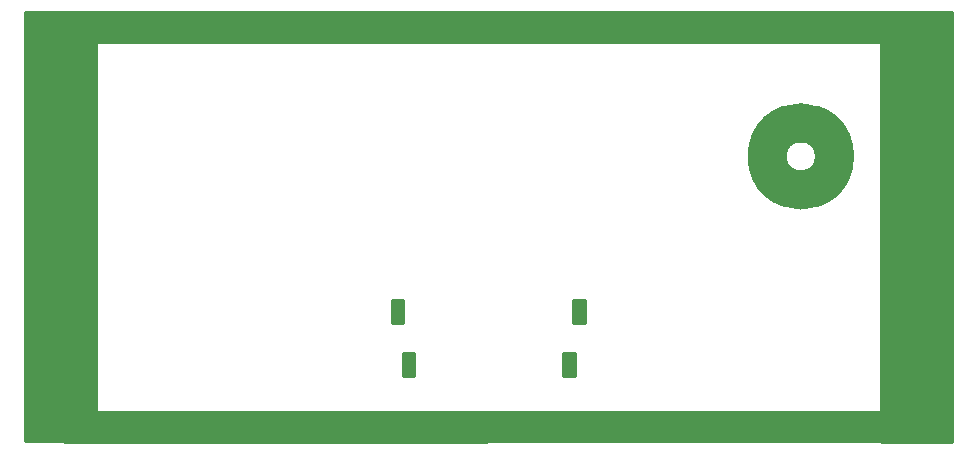
<source format=gts>
G04 #@! TF.FileFunction,Soldermask,Top*
%FSLAX46Y46*%
G04 Gerber Fmt 4.6, Leading zero omitted, Abs format (unit mm)*
G04 Created by KiCad (PCBNEW (2016-07-22 BZR 6991, Git 146a78a)-product) date 08/19/16 17:42:04*
%MOMM*%
%LPD*%
G01*
G04 APERTURE LIST*
%ADD10C,0.150000*%
%ADD11C,0.700000*%
%ADD12C,1.350000*%
%ADD13C,3.000000*%
%ADD14C,0.254000*%
G04 APERTURE END LIST*
D10*
D11*
X68755000Y-10365802D02*
X68755000Y-14335802D01*
D12*
X69665000Y-12345802D02*
G75*
G03X69665000Y-12345802I-3830000J0D01*
G01*
D13*
X68495000Y-12345802D02*
G75*
G03X68495000Y-12345802I-2660000J0D01*
G01*
D14*
G36*
X74774827Y-156982D02*
X74811147Y-2663072D01*
X3654759Y-2702930D01*
X3609280Y-147018D01*
X74774827Y-156982D01*
X74774827Y-156982D01*
G37*
X74774827Y-156982D02*
X74811147Y-2663072D01*
X3654759Y-2702930D01*
X3609280Y-147018D01*
X74774827Y-156982D01*
G36*
X74562943Y-33988670D02*
X74582018Y-36463072D01*
X3425589Y-36502930D01*
X3397395Y-33978706D01*
X74562943Y-33988670D01*
X74562943Y-33988670D01*
G37*
X74562943Y-33988670D02*
X74582018Y-36463072D01*
X3425589Y-36502930D01*
X3397395Y-33978706D01*
X74562943Y-33988670D01*
G36*
X78673000Y-36503000D02*
X72627000Y-36503000D01*
X72627000Y-157000D01*
X78673000Y-157000D01*
X78673000Y-36503000D01*
X78673000Y-36503000D01*
G37*
X78673000Y-36503000D02*
X72627000Y-36503000D01*
X72627000Y-157000D01*
X78673000Y-157000D01*
X78673000Y-36503000D01*
G36*
X6173000Y-36469854D02*
X127000Y-36469854D01*
X127000Y-123854D01*
X6173000Y-123854D01*
X6173000Y-36469854D01*
X6173000Y-36469854D01*
G37*
X6173000Y-36469854D02*
X127000Y-36469854D01*
X127000Y-123854D01*
X6173000Y-123854D01*
X6173000Y-36469854D01*
G36*
X33073000Y-30973000D02*
X32127000Y-30973000D01*
X32127000Y-29027000D01*
X33073000Y-29027000D01*
X33073000Y-30973000D01*
X33073000Y-30973000D01*
G37*
X33073000Y-30973000D02*
X32127000Y-30973000D01*
X32127000Y-29027000D01*
X33073000Y-29027000D01*
X33073000Y-30973000D01*
G36*
X46673000Y-30973000D02*
X45727000Y-30973000D01*
X45727000Y-29027000D01*
X46673000Y-29027000D01*
X46673000Y-30973000D01*
X46673000Y-30973000D01*
G37*
X46673000Y-30973000D02*
X45727000Y-30973000D01*
X45727000Y-29027000D01*
X46673000Y-29027000D01*
X46673000Y-30973000D01*
G36*
X47520995Y-26473000D02*
X46574995Y-26473000D01*
X46574995Y-24527000D01*
X47520995Y-24527000D01*
X47520995Y-26473000D01*
X47520995Y-26473000D01*
G37*
X47520995Y-26473000D02*
X46574995Y-26473000D01*
X46574995Y-24527000D01*
X47520995Y-24527000D01*
X47520995Y-26473000D01*
G36*
X32129919Y-26473000D02*
X31183919Y-26473000D01*
X31183919Y-24527000D01*
X32129919Y-24527000D01*
X32129919Y-26473000D01*
X32129919Y-26473000D01*
G37*
X32129919Y-26473000D02*
X31183919Y-26473000D01*
X31183919Y-24527000D01*
X32129919Y-24527000D01*
X32129919Y-26473000D01*
M02*

</source>
